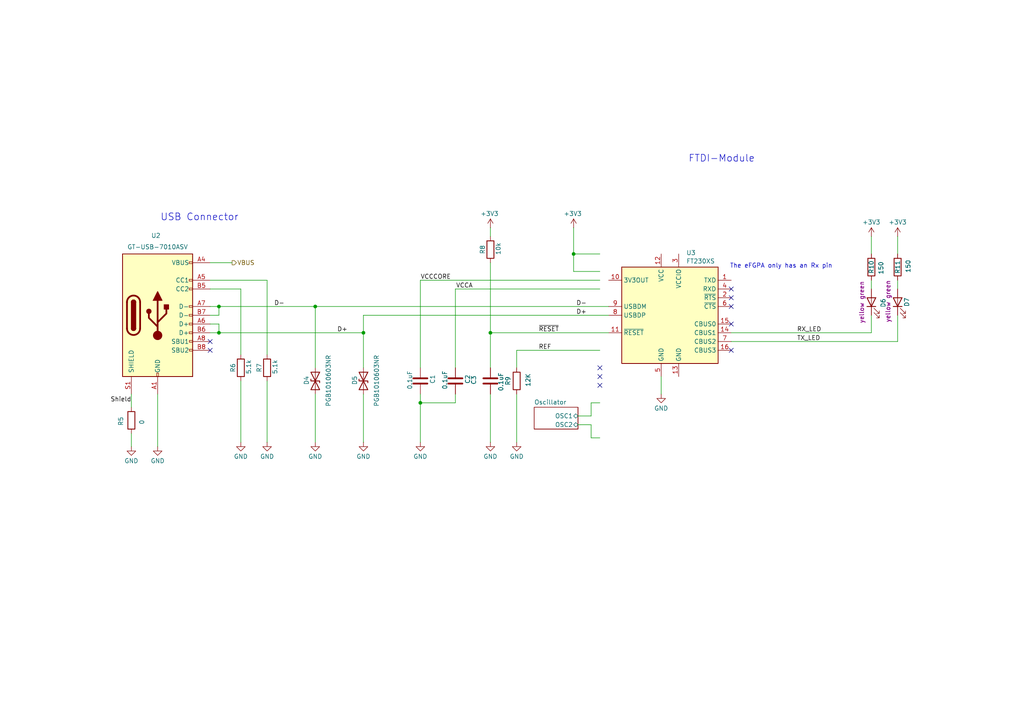
<source format=kicad_sch>
(kicad_sch (version 20231120) (generator "eeschema") (generator_version "8.0")
  (paper "A4")
  (title_block (title "PC connection") (date "2024-05-30") (rev "0.2.0"))
  (lib_symbols
    (symbol "Device:C" (pin_numbers hide) (pin_names (offset 0.254))
      (property "Reference" "C" (at 0.635 2.54 0))
      (property "Value" "C" (at 0.635 -2.54 0))
      (symbol "C_0_1"
        (polyline (pts (xy -2.032 -0.762) (xy 2.032 -0.762)) (stroke (width 0.508)))
        (polyline (pts (xy -2.032 0.762) (xy 2.032 0.762)) (stroke (width 0.508)))
      )
      (symbol "C_1_1"
        (pin passive line (at 0 3.81 270) (length 2.794) (name "~") (number "1"))
        (pin passive line (at 0 -3.81 90) (length 2.794) (name "~") (number "2"))
      )
    )
    (symbol "Device:D_TVS" (pin_numbers hide) (pin_names (offset 1.016) hide)
      (property "Reference" "D" (at 0 2.54 0))
      (property "Value" "D_TVS" (at 0 -2.54 0))
      (symbol "D_TVS_0_1"
        (polyline (pts (xy 1.27 0) (xy -1.27 0)))
        (polyline (pts (xy 0.508 1.27) (xy 0 1.27) (xy 0 -1.27) (xy -0.508 -1.27)) (stroke (width 0.254)))
        (polyline (pts (xy -2.54 1.27) (xy -2.54 -1.27) (xy 2.54 1.27) (xy 2.54 -1.27) (xy -2.54 1.27)) (stroke (width 0.254)))
      )
      (symbol "D_TVS_1_1"
        (pin passive line (at -3.81 0 0) (length 2.54) (name "A1") (number "1"))
        (pin passive line (at 3.81 0 180) (length 2.54) (name "A2") (number "2"))
      )
    )
    (symbol "Device:LED" (pin_numbers hide) (pin_names (offset 1.016) hide)
      (property "Reference" "D" (at 0 2.54 0))
      (property "Value" "LED" (at 0 -2.54 0))
      (symbol "LED_0_1"
        (polyline (pts (xy -1.27 -1.27) (xy -1.27 1.27)) (stroke (width 0.254)))
        (polyline (pts (xy -1.27 0) (xy 1.27 0)))
        (polyline (pts (xy 1.27 -1.27) (xy 1.27 1.27) (xy -1.27 0) (xy 1.27 -1.27)) (stroke (width 0.254)))
        (polyline (pts (xy -3.048 -0.762) (xy -4.572 -2.286) (xy -3.81 -2.286) (xy -4.572 -2.286) (xy -4.572 -1.524)))
        (polyline (pts (xy -1.778 -0.762) (xy -3.302 -2.286) (xy -2.54 -2.286) (xy -3.302 -2.286) (xy -3.302 -1.524)))
      )
      (symbol "LED_1_1"
        (pin passive line (at -3.81 0 0) (length 2.54) (name "K") (number "1"))
        (pin passive line (at 3.81 0 180) (length 2.54) (name "A") (number "2"))
      )
    )
    (symbol "Device:R" (pin_numbers hide) (pin_names (offset 0))
      (property "Reference" "R" (at 2.032 0 90))
      (property "Value" "R" (at 0 0 90))
      (symbol "R_0_1"
        (rectangle (start -1.016 -2.54) (end 1.016 2.54) (stroke (width 0.254)))
      )
      (symbol "R_1_1"
        (pin passive line (at 0 3.81 270) (length 1.27) (name "~") (number "1"))
        (pin passive line (at 0 -3.81 90) (length 1.27) (name "~") (number "2"))
      )
    )
    (symbol "Interface_USB:FT230XS"
      (property "Reference" "U" (at -13.97 15.24 0))
      (property "Value" "FT230XS" (at 7.62 15.24 0))
      (symbol "FT230XS_0_1"
        (rectangle (start -13.97 13.97) (end 13.97 -13.97) (stroke (width 0.254)) (fill (type background)))
      )
      (symbol "FT230XS_1_1"
        (pin output line (at 17.78 10.16 180) (length 3.81) (name "TXD") (number "1"))
        (pin power_out line (at -17.78 10.16 0) (length 3.81) (name "3V3OUT") (number "10"))
        (pin input line (at -17.78 -5.08 0) (length 3.81) (name "~{RESET}") (number "11"))
        (pin power_in line (at -2.54 17.78 270) (length 3.81) (name "VCC") (number "12"))
        (pin power_in line (at 2.54 -17.78 90) (length 3.81) (name "GND") (number "13"))
        (pin bidirectional line (at 17.78 -5.08 180) (length 3.81) (name "CBUS1") (number "14"))
        (pin bidirectional line (at 17.78 -2.54 180) (length 3.81) (name "CBUS0") (number "15"))
        (pin bidirectional line (at 17.78 -10.16 180) (length 3.81) (name "CBUS3") (number "16"))
        (pin output line (at 17.78 5.08 180) (length 3.81) (name "~{RTS}") (number "2"))
        (pin power_in line (at 2.54 17.78 270) (length 3.81) (name "VCCIO") (number "3"))
        (pin input line (at 17.78 7.62 180) (length 3.81) (name "RXD") (number "4"))
        (pin power_in line (at -2.54 -17.78 90) (length 3.81) (name "GND") (number "5"))
        (pin input line (at 17.78 2.54 180) (length 3.81) (name "~{CTS}") (number "6"))
        (pin bidirectional line (at 17.78 -7.62 180) (length 3.81) (name "CBUS2") (number "7"))
        (pin bidirectional line (at -17.78 0 0) (length 3.81) (name "USBDP") (number "8"))
        (pin bidirectional line (at -17.78 2.54 0) (length 3.81) (name "USBDM") (number "9"))
      )
    )
    (symbol "custom_symbols:USB_C_Receptacle_USB2.0_14P" (pin_names (offset 1.016))
      (property "Reference" "J" (at 0 22.225 0))
      (property "Value" "USB_C_Receptacle_USB2.0_14P" (at 0 19.685 0))
      (symbol "USB_C_Receptacle_USB2.0_14P_0_0"
        (rectangle (start -0.254 -17.78) (end 0.254 -16.764))
        (rectangle (start 9.144 -4.826) (end 10.16 -5.334))
        (rectangle (start 9.1899 -9.8747) (end 10.2059 -10.3827))
        (rectangle (start 9.1899 -7.307) (end 10.2059 -7.815))
        (rectangle (start 10.16 -2.286) (end 9.144 -2.794))
        (rectangle (start 10.16 0.254) (end 9.144 -0.254))
        (rectangle (start 10.16 2.794) (end 9.144 2.286))
        (rectangle (start 10.16 7.874) (end 9.144 7.366))
        (rectangle (start 10.16 10.414) (end 9.144 9.906))
        (rectangle (start 10.16 15.494) (end 9.144 14.986))
      )
      (symbol "USB_C_Receptacle_USB2.0_14P_0_1"
        (rectangle (start -10.16 17.78) (end 10.16 -17.78) (stroke (width 0.254)) (fill (type background)))
        (arc (start -8.89 -3.81) (mid -6.985 -5.7067) (end -5.08 -3.81) (stroke (width 0.508)))
        (arc (start -7.62 -3.81) (mid -6.985 -4.4423) (end -6.35 -3.81) (stroke (width 0.254)))
        (arc (start -7.62 -3.81) (mid -6.985 -4.4423) (end -6.35 -3.81) (stroke (width 0.254)) (fill (type outline)))
        (rectangle (start -7.62 -3.81) (end -6.35 3.81) (stroke (width 0.254)) (fill (type outline)))
        (arc (start -6.35 3.81) (mid -6.985 4.4423) (end -7.62 3.81) (stroke (width 0.254)))
        (arc (start -6.35 3.81) (mid -6.985 4.4423) (end -7.62 3.81) (stroke (width 0.254)) (fill (type outline)))
        (arc (start -5.08 3.81) (mid -6.985 5.7067) (end -8.89 3.81) (stroke (width 0.508)))
        (circle (center -2.54 1.143) (radius 0.635) (stroke (width 0.254)) (fill (type outline)))
        (circle (center 0 -5.842) (radius 1.27) (fill (type outline)))
        (polyline (pts (xy -8.89 -3.81) (xy -8.89 3.81)) (stroke (width 0.508)))
        (polyline (pts (xy -5.08 3.81) (xy -5.08 -3.81)) (stroke (width 0.508)))
        (polyline (pts (xy 0 -5.842) (xy 0 4.318)) (stroke (width 0.508)))
        (polyline (pts (xy 0 -3.302) (xy -2.54 -0.762) (xy -2.54 0.508)) (stroke (width 0.508)))
        (polyline (pts (xy 0 -2.032) (xy 2.54 0.508) (xy 2.54 1.778)) (stroke (width 0.508)))
        (polyline (pts (xy -1.27 4.318) (xy 0 6.858) (xy 1.27 4.318) (xy -1.27 4.318)) (stroke (width 0.254)) (fill (type outline)))
        (rectangle (start 1.905 1.778) (end 3.175 3.048) (stroke (width 0.254)) (fill (type outline)))
      )
      (symbol "USB_C_Receptacle_USB2.0_14P_1_1"
        (pin passive line (at 0 -22.86 90) (length 5.08) (name "GND") (number "A1"))
        (pin passive line (at 0 -22.86 90) (length 5.08) hide (name "GND") (number "A12"))
        (pin passive line (at 15.24 15.24 180) (length 5.08) (name "VBUS") (number "A4"))
        (pin bidirectional line (at 15.24 10.16 180) (length 5.08) (name "CC1") (number "A5"))
        (pin bidirectional line (at 15.24 -2.54 180) (length 5.08) (name "D+") (number "A6"))
        (pin bidirectional line (at 15.24 2.54 180) (length 5.08) (name "D-") (number "A7"))
        (pin bidirectional line (at 15.24 -7.62 180) (length 5.08) (name "SBU1") (number "A8"))
        (pin passive line (at 15.24 15.24 180) (length 5.08) hide (name "VBUS") (number "A9"))
        (pin bidirectional line (at 15.24 7.62 180) (length 5.08) (name "CC2") (number "B5"))
        (pin bidirectional line (at 15.24 -5.08 180) (length 5.08) (name "D+") (number "B6"))
        (pin bidirectional line (at 15.24 0 180) (length 5.08) (name "D-") (number "B7"))
        (pin bidirectional line (at 15.24 -10.16 180) (length 5.08) (name "SBU2") (number "B8"))
        (pin passive line (at -7.62 -22.86 90) (length 5.08) (name "SHIELD") (number "S1"))
      )
    )
    (symbol "power:+3V3" (power) (pin_numbers hide) (pin_names (offset 0) hide)
      (property "Value" "+3V3" (at 0 3.556 0))
      (symbol "+3V3_0_1"
        (polyline (pts (xy -0.762 1.27) (xy 0 2.54)))
        (polyline (pts (xy 0 0) (xy 0 2.54)))
        (polyline (pts (xy 0 2.54) (xy 0.762 1.27)))
      )
      (symbol "+3V3_1_1"
        (pin power_in line (at 0 0 90) (length 0) (name "~") (number "1"))
      )
    )
    (symbol "power:GND" (power) (pin_numbers hide) (pin_names (offset 0) hide)
      (property "Value" "GND" (at 0 -3.81 0))
      (symbol "GND_0_1"
        (polyline (pts (xy 0 0) (xy 0 -1.27) (xy 1.27 -1.27) (xy 0 -2.54) (xy -1.27 -1.27) (xy 0 -1.27)))
      )
      (symbol "GND_1_1"
        (pin power_in line (at 0 0 270) (length 0) (name "~") (number "1"))
      )
    )
  )
  (junction (at 63.5 96.52))
  (junction (at 91.44 88.9))
  (junction (at 166.37 73.66))
  (junction (at 142.24 96.52))
  (junction (at 105.41 96.52))
  (junction (at 63.5 88.9))
  (junction (at 121.92 116.84))
  (no_connect (at 60.96 99.06))
  (no_connect (at 173.99 109.22))
  (no_connect (at 60.96 101.6))
  (no_connect (at 212.09 83.82))
  (no_connect (at 212.09 93.98))
  (no_connect (at 212.09 88.9))
  (no_connect (at 212.09 86.36))
  (no_connect (at 173.99 111.76))
  (no_connect (at 173.99 106.68))
  (no_connect (at 212.09 101.6))
  (wire (pts (xy 149.86 106.68) (xy 149.86 101.6)))
  (wire (pts (xy 91.44 88.9) (xy 91.44 106.68)))
  (wire (pts (xy 142.24 76.2) (xy 142.24 96.52)))
  (wire (pts (xy 91.44 114.3) (xy 91.44 128.27)))
  (wire (pts (xy 60.96 93.98) (xy 63.5 93.98)))
  (wire (pts (xy 69.85 83.82) (xy 60.96 83.82)))
  (wire (pts (xy 69.85 110.49) (xy 69.85 128.27)))
  (wire (pts (xy 166.37 73.66) (xy 173.99 73.66)))
  (wire (pts (xy 252.73 68.58) (xy 252.73 73.66)))
  (wire (pts (xy 132.08 83.82) (xy 173.99 83.82)))
  (wire (pts (xy 260.35 81.28) (xy 260.35 83.82)))
  (wire (pts (xy 260.35 91.44) (xy 260.35 99.06)))
  (wire (pts (xy 171.45 116.84) (xy 173.99 116.84)))
  (wire (pts (xy 77.47 81.28) (xy 77.47 102.87)))
  (wire (pts (xy 60.96 96.52) (xy 63.5 96.52)))
  (wire (pts (xy 91.44 88.9) (xy 176.53 88.9)))
  (wire (pts (xy 142.24 114.3) (xy 142.24 128.27)))
  (wire (pts (xy 121.92 81.28) (xy 121.92 106.68)))
  (wire (pts (xy 105.41 96.52) (xy 105.41 106.68)))
  (wire (pts (xy 105.41 114.3) (xy 105.41 128.27)))
  (wire (pts (xy 167.64 123.19) (xy 171.45 123.19)))
  (wire (pts (xy 149.86 101.6) (xy 173.99 101.6)))
  (wire (pts (xy 252.73 96.52) (xy 252.73 91.44)))
  (wire (pts (xy 252.73 81.28) (xy 252.73 83.82)))
  (wire (pts (xy 212.09 96.52) (xy 252.73 96.52)))
  (wire (pts (xy 171.45 123.19) (xy 171.45 127)))
  (wire (pts (xy 60.96 81.28) (xy 77.47 81.28)))
  (wire (pts (xy 171.45 127) (xy 173.99 127)))
  (wire (pts (xy 121.92 116.84) (xy 121.92 128.27)))
  (wire (pts (xy 121.92 114.3) (xy 121.92 116.84)))
  (wire (pts (xy 132.08 106.68) (xy 132.08 83.82)))
  (wire (pts (xy 38.1 125.73) (xy 38.1 129.54)))
  (wire (pts (xy 132.08 116.84) (xy 132.08 114.3)))
  (wire (pts (xy 60.96 88.9) (xy 63.5 88.9)))
  (wire (pts (xy 63.5 88.9) (xy 63.5 91.44)))
  (wire (pts (xy 142.24 106.68) (xy 142.24 96.52)))
  (wire (pts (xy 260.35 68.58) (xy 260.35 73.66)))
  (wire (pts (xy 38.1 114.3) (xy 38.1 118.11)))
  (wire (pts (xy 63.5 88.9) (xy 91.44 88.9)))
  (wire (pts (xy 69.85 83.82) (xy 69.85 102.87)))
  (wire (pts (xy 173.99 81.28) (xy 121.92 81.28)))
  (wire (pts (xy 60.96 76.2) (xy 67.31 76.2)))
  (wire (pts (xy 166.37 73.66) (xy 166.37 78.74)))
  (wire (pts (xy 191.77 109.22) (xy 191.77 114.3)))
  (wire (pts (xy 142.24 66.04) (xy 142.24 68.58)))
  (wire (pts (xy 142.24 96.52) (xy 176.53 96.52)))
  (wire (pts (xy 60.96 91.44) (xy 63.5 91.44)))
  (wire (pts (xy 105.41 91.44) (xy 176.53 91.44)))
  (wire (pts (xy 63.5 96.52) (xy 105.41 96.52)))
  (wire (pts (xy 63.5 93.98) (xy 63.5 96.52)))
  (wire (pts (xy 105.41 91.44) (xy 105.41 96.52)))
  (wire (pts (xy 45.72 114.3) (xy 45.72 129.54)))
  (wire (pts (xy 212.09 99.06) (xy 260.35 99.06)))
  (wire (pts (xy 121.92 116.84) (xy 132.08 116.84)))
  (wire (pts (xy 171.45 116.84) (xy 171.45 120.65)))
  (wire (pts (xy 149.86 114.3) (xy 149.86 128.27)))
  (wire (pts (xy 167.64 120.65) (xy 171.45 120.65)))
  (wire (pts (xy 166.37 78.74) (xy 173.99 78.74)))
  (wire (pts (xy 77.47 110.49) (xy 77.47 128.27)))
  (wire (pts (xy 166.37 66.04) (xy 166.37 73.66)))
  (text "USB Connector" (at 46.482 64.262 0) (effects (font (size 2 2)) (justify left bottom)))
  (text "FTDI-Module\n" (at 199.644 47.244 0) (effects (font (size 2 2)) (justify left bottom)))
  (text "The eFGPA only has an Rx pin" (at 226.568 77.216 0) (effects (font (size 1.27 1.27))))
  (label "Shield" (at 38.1 116.84 180))
  (label "TX_LED" (at 231.14 99.06 0))
  (label "~{RESET}" (at 156.21 96.52 0))
  (label "D-" (at 82.55 88.9 180))
  (label "D+" (at 170.18 91.44 180))
  (label "RX_LED" (at 231.14 96.52 0))
  (label "REF" (at 156.21 101.6 0))
  (label "D-" (at 170.18 88.9 180))
  (label "D+" (at 97.79 96.52 0))
  (label "VCCCORE" (at 130.81 81.28 180))
  (label "VCCA" (at 137.16 83.82 180))
  (hierarchical_label "VBUS" (shape output) (at 67.31 76.2 0))
  (symbol (lib_id "Device:R") (at 142.24 72.39 0) (unit 1)
    (property "Reference" "R8" (at 139.954 72.39 90))
    (property "Value" "10k" (at 144.526 72.136 90))
    (property "Footprint" "Resistor_SMD:R_0805_2012Metric" (effects (hide yes)))
    (property "Description" "Resistor" (effects (hide yes)))
  )
  (symbol (lib_id "Device:C") (at 142.24 110.49 180) (unit 1)
    (property "Reference" "C3" (at 137.414 110.236 90))
    (property "Value" "0.1uF" (at 145.288 110.744 90))
    (property "Footprint" "Capacitor_SMD:C_0805_2012Metric" (effects (hide yes)))
    (property "Description" "Unpolarized capacitor" (effects (hide yes)))
  )
  (symbol (lib_id "power:GND") (at 77.47 128.27 0) (unit 1)
    (property "Reference" "#PWR19" (effects (hide yes)))
    (property "Value" "GND" (at 77.47 132.4031 0))
    (property "Description" "Power symbol creates a global label with name \"GND\" , ground" (effects (hide yes)))
  )
  (symbol (lib_id "Device:R") (at 69.85 106.68 0) (unit 1)
    (property "Reference" "R6" (at 67.564 106.68 90))
    (property "Value" "5.1k" (at 72.136 106.426 90))
    (property "Footprint" "Resistor_SMD:R_0805_2012Metric" (effects (hide yes)))
    (property "Description" "Resistor" (effects (hide yes)))
  )
  (symbol (lib_id "power:GND") (at 142.24 128.27 0) (unit 1)
    (property "Reference" "#PWR24" (effects (hide yes)))
    (property "Value" "GND" (at 142.24 132.4031 0))
    (property "Description" "Power symbol creates a global label with name \"GND\" , ground" (effects (hide yes)))
  )
  (symbol (lib_id "power:+3V3") (at 142.24 66.04 0) (unit 1)
    (property "Reference" "#PWR23" (effects (hide yes)))
    (property "Value" "+3V3" (at 141.986 61.976 0))
    (property "Description" "Power symbol creates a global label with name \"+3V3\"" (effects (hide yes)))
  )
  (symbol (lib_id "power:GND") (at 105.41 128.27 0) (unit 1)
    (property "Reference" "#PWR21" (effects (hide yes)))
    (property "Value" "GND" (at 105.41 132.4031 0))
    (property "Description" "Power symbol creates a global label with name \"GND\" , ground" (effects (hide yes)))
  )
  (symbol (lib_id "power:GND") (at 91.44 128.27 0) (unit 1)
    (property "Reference" "#PWR20" (effects (hide yes)))
    (property "Value" "GND" (at 91.44 132.4031 0))
    (property "Description" "Power symbol creates a global label with name \"GND\" , ground" (effects (hide yes)))
  )
  (symbol (lib_id "power:GND") (at 121.92 128.27 0) (unit 1)
    (property "Reference" "#PWR22" (effects (hide yes)))
    (property "Value" "GND" (at 121.92 132.4031 0))
    (property "Description" "Power symbol creates a global label with name \"GND\" , ground" (effects (hide yes)))
  )
  (symbol (lib_id "Device:D_TVS") (at 91.44 110.49 270) (unit 1)
    (property "Reference" "D4" (at 88.9 108.966 0) (effects (justify left)))
    (property "Value" "PGB1010603NR" (at 95.25 102.87 0) (effects (justify left)))
    (property "Footprint" "Diode_SMD:D_0603_1608Metric" (effects (hide yes)))
    (property "Description" "Bidirectional transient-voltage-suppression diode" (effects (hide yes)))
    (property "Height" "0.36" (effects (hide yes)))
    (property "Manufacturer_Name" "LITTELFUSE" (effects (hide yes)))
    (property "Manufacturer_Part_Number" "PGB1010603NR" (effects (hide yes)))
    (property "Mouser Part Number" "576-PGB1010603NR" (effects (hide yes)))
    (property "Mouser Price/Stock" "https://www.mouser.co.uk/ProductDetail/Littelfuse/PGB1010603NR?qs=gu7KAQ731UTJOoBJUwB8FA%3D%3D" (effects (hide yes)))
    (property "Arrow Part Number" "PGB1010603NR" (effects (hide yes)))
    (property "Arrow Price/Stock" "https://www.arrow.com/en/products/pgb1010603nr/littelfuse?region=nac" (effects (hide yes)))
  )
  (symbol (lib_id "Device:R") (at 77.47 106.68 0) (unit 1)
    (property "Reference" "R7" (at 75.184 106.68 90))
    (property "Value" "5.1k" (at 79.756 106.426 90))
    (property "Footprint" "Resistor_SMD:R_0805_2012Metric" (effects (hide yes)))
    (property "Description" "Resistor" (effects (hide yes)))
  )
  (symbol (lib_id "power:+3V3") (at 252.73 68.58 0) (unit 1)
    (property "Reference" "#PWR28" (effects (hide yes)))
    (property "Value" "+3V3" (at 252.73 64.4469 0))
    (property "Description" "Power symbol creates a global label with name \"+3V3\"" (effects (hide yes)))
  )
  (symbol (lib_id "power:GND") (at 191.77 114.3 0) (unit 1)
    (property "Reference" "#PWR27" (effects (hide yes)))
    (property "Value" "GND" (at 191.77 118.4331 0))
    (property "Description" "Power symbol creates a global label with name \"GND\" , ground" (effects (hide yes)))
  )
  (symbol (lib_id "Device:C") (at 121.92 110.49 0) (unit 1)
    (property "Reference" "C1" (at 125.476 109.982 90))
    (property "Value" "0.1uF" (at 118.872 110.236 90))
    (property "Footprint" "Capacitor_SMD:C_0805_2012Metric" (effects (hide yes)))
    (property "Description" "Unpolarized capacitor" (effects (hide yes)))
  )
  (symbol (lib_id "power:GND") (at 69.85 128.27 0) (unit 1)
    (property "Reference" "#PWR18" (effects (hide yes)))
    (property "Value" "GND" (at 69.85 132.4031 0))
    (property "Description" "Power symbol creates a global label with name \"GND\" , ground" (effects (hide yes)))
  )
  (symbol (lib_id "Interface_USB:FT230XS") (at 194.31 91.44 0) (unit 1)
    (property "Reference" "U3" (at 199.0441 73.3255 0) (effects (justify left)))
    (property "Value" "FT230XS" (at 199.0441 75.7498 0) (effects (justify left)))
    (property "Footprint" "Package_SO:SSOP-16_3.9x4.9mm_P0.635mm" (effects (hide yes)))
    (property "Datasheet" "https://www.ftdichip.com/Support/Documents/DataSheets/ICs/DS_FT230X.pdf" (effects (hide yes)))
    (property "Description" "Full Speed USB to Basic UART, SSOP-16" (effects (hide yes)))
  )
  (symbol (lib_id "Device:R") (at 252.73 77.47 180) (unit 1)
    (property "Reference" "R10" (at 252.73 77.47 90))
    (property "Value" "150" (at 255.524 77.724 90))
    (property "Footprint" "Resistor_SMD:R_0805_2012Metric" (effects (hide yes)))
    (property "Description" "Resistor" (effects (hide yes)))
  )
  (symbol (lib_id "Device:C") (at 132.08 110.49 0) (unit 1)
    (property "Reference" "C2" (at 135.636 109.982 90))
    (property "Value" "0.1uF" (at 129.032 110.236 90))
    (property "Footprint" "Capacitor_SMD:C_0805_2012Metric" (effects (hide yes)))
    (property "Description" "Unpolarized capacitor" (effects (hide yes)))
  )
  (symbol (lib_id "Device:R") (at 260.35 77.47 180) (unit 1)
    (property "Reference" "R11" (at 260.35 77.47 90))
    (property "Value" "150" (at 263.398 77.216 90))
    (property "Footprint" "Resistor_SMD:R_0805_2012Metric" (effects (hide yes)))
    (property "Description" "Resistor" (effects (hide yes)))
  )
  (symbol (lib_id "custom_symbols:USB_C_Receptacle_USB2.0_14P") (at 45.72 91.44 0) (unit 1)
    (property "Reference" "U2" (at 45.212 68.326 0))
    (property "Value" "GT-USB-7010ASV" (at 45.72 71.628 0))
    (property "Footprint" "Customized:USB_C_Receptacle_GCT_USB4105-xx-A_16P_TopMnt_Horizontal" (effects (hide yes)))
    (property "Datasheet" "https://www.usb.org/sites/default/files/documents/usb_type-c.zip" (effects (hide yes)))
    (property "Description" "USB 2.0-only 14P Type-C Receptacle connector" (effects (hide yes)))
    (property "LCSC" "C2988369" (effects (hide yes)))
    (property "JLCPCB Position Offset" "0,1.05" (effects (hide yes)))
  )
  (symbol (lib_id "Device:LED") (at 252.73 87.63 90) (unit 1)
    (property "Reference" "D6" (at 256.159 87.884 0))
    (property "Value" "C965826" (effects (hide yes)))
    (property "Footprint" "LED_SMD:LED_1206_3216Metric" (effects (hide yes)))
    (property "Description" "yellow green" (at 249.936 87.63 0))
    (property "LCSC Number" " C965826" (effects (hide yes)))
  )
  (symbol (lib_id "power:+3V3") (at 166.37 66.04 0) (unit 1)
    (property "Reference" "#PWR26" (effects (hide yes)))
    (property "Value" "+3V3" (at 166.116 61.976 0))
    (property "Description" "Power symbol creates a global label with name \"+3V3\"" (effects (hide yes)))
  )
  (symbol (lib_id "Device:LED") (at 260.35 87.63 90) (unit 1)
    (property "Reference" "D7" (at 263.017 87.63 0))
    (property "Value" "C965826" (effects (hide yes)))
    (property "Footprint" "LED_SMD:LED_1206_3216Metric" (effects (hide yes)))
    (property "Description" "yellow green" (at 257.556 87.376 0))
    (property "LCSC Number" " C965826" (effects (hide yes)))
  )
  (symbol (lib_id "Device:R") (at 149.86 110.49 180) (unit 1)
    (property "Reference" "R9" (at 147.32 110.49 90))
    (property "Value" "12K" (at 153.162 110.236 90))
    (property "Footprint" "Resistor_SMD:R_0805_2012Metric" (effects (hide yes)))
    (property "Description" "Resistor" (effects (hide yes)))
  )
  (symbol (lib_id "power:GND") (at 149.86 128.27 0) (unit 1)
    (property "Reference" "#PWR25" (effects (hide yes)))
    (property "Value" "GND" (at 149.86 132.4031 0))
    (property "Description" "Power symbol creates a global label with name \"GND\" , ground" (effects (hide yes)))
  )
  (symbol (lib_id "Device:D_TVS") (at 105.41 110.49 270) (unit 1)
    (property "Reference" "D5" (at 102.87 108.966 0) (effects (justify left)))
    (property "Value" "PGB1010603NR" (at 109.22 102.87 0) (effects (justify left)))
    (property "Footprint" "Capacitor_SMD:C_0603_1608Metric" (effects (hide yes)))
    (property "Description" "Bidirectional transient-voltage-suppression diode" (effects (hide yes)))
    (property "Height" "0.36" (effects (hide yes)))
    (property "Manufacturer_Name" "LITTELFUSE" (effects (hide yes)))
    (property "Manufacturer_Part_Number" "PGB1010603NR" (effects (hide yes)))
    (property "Mouser Part Number" "576-PGB1010603NR" (effects (hide yes)))
    (property "Mouser Price/Stock" "https://www.mouser.co.uk/ProductDetail/Littelfuse/PGB1010603NR?qs=gu7KAQ731UTJOoBJUwB8FA%3D%3D" (effects (hide yes)))
    (property "Arrow Part Number" "PGB1010603NR" (effects (hide yes)))
    (property "Arrow Price/Stock" "https://www.arrow.com/en/products/pgb1010603nr/littelfuse?region=nac" (effects (hide yes)))
  )
  (symbol (lib_id "power:GND") (at 45.72 129.54 0) (unit 1)
    (property "Reference" "#PWR17" (effects (hide yes)))
    (property "Value" "GND" (at 45.72 133.6731 0))
    (property "Description" "Power symbol creates a global label with name \"GND\" , ground" (effects (hide yes)))
  )
  (symbol (lib_id "power:+3V3") (at 260.35 68.58 0) (unit 1)
    (property "Reference" "#PWR29" (effects (hide yes)))
    (property "Value" "+3V3" (at 260.35 64.4469 0))
    (property "Description" "Power symbol creates a global label with name \"+3V3\"" (effects (hide yes)))
  )
  (symbol (lib_id "power:GND") (at 38.1 129.54 0) (unit 1)
    (property "Reference" "#PWR16" (effects (hide yes)))
    (property "Value" "GND" (at 38.1 133.6731 0))
    (property "Description" "Power symbol creates a global label with name \"GND\" , ground" (effects (hide yes)))
  )
  (symbol (lib_id "Device:R") (at 38.1 121.92 0) (unit 1)
    (property "Reference" "R5" (at 35.052 122.174 90))
    (property "Value" "0" (at 41.148 122.428 90))
    (property "Footprint" "Resistor_SMD:R_0805_2012Metric" (effects (hide yes)))
    (property "Description" "Resistor" (effects (hide yes)))
  )
  (sheet (at 154.94 118.11) (size 12.7 6.35) (stroke (width 0.1524))
    (property "Sheetname" "Oscillator" (at 154.94 117.3984 0) (effects (justify left bottom)))
    (property "Sheetfile" "oscillator.kicad_sch" (effects (hide yes)))
    (pin "OSC1" bidirectional (at 167.64 120.65 0))
    (pin "OSC2" bidirectional (at 167.64 123.19 0))
  )
)
</source>
